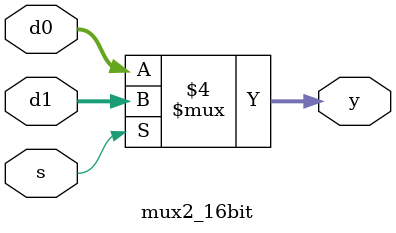
<source format=v>
module mux2_16bit(d0, d1, s, y);
	input [15:0] d0, d1;
	input s;
	output reg [15:0] y;
	
	always @(d0 or d1 or s) begin
		if (s == 0)
			y = d0;
		else
			y = d1;
	end
endmodule

</source>
